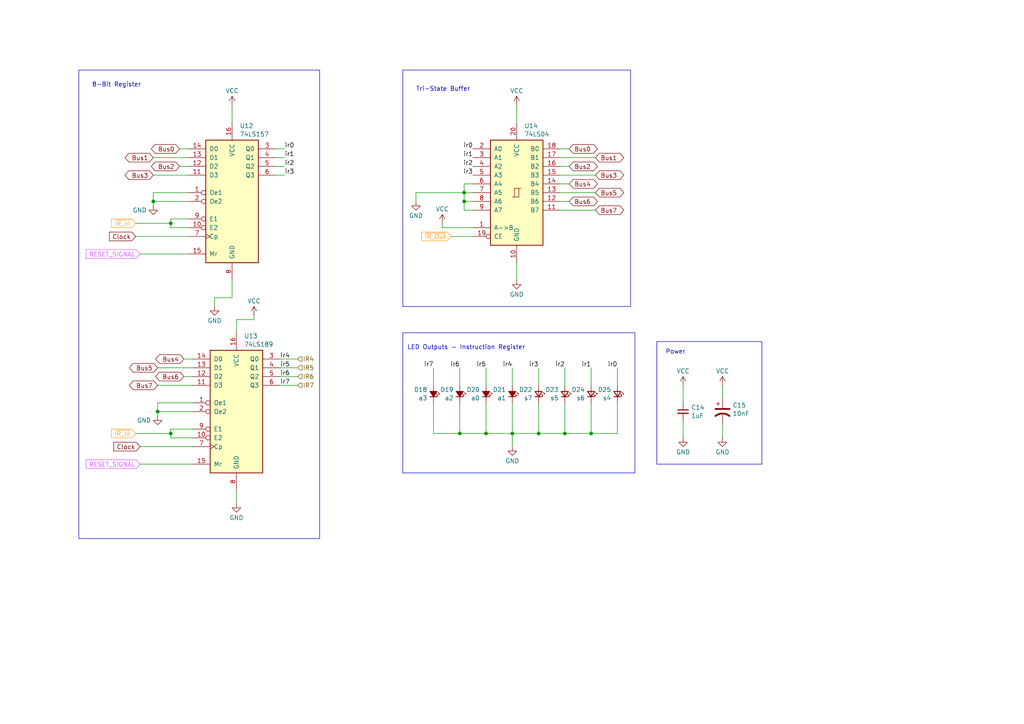
<source format=kicad_sch>
(kicad_sch (version 20230121) (generator eeschema)
  (paper "A4")
  (title_block (title "Instruction Register") (date "2024-01-27") (rev "1.0"))
  (lib_symbols
    (symbol "74xx:74LS173" (pin_names (offset 1.016))
      (property "Reference" "U" (at -7.62 19.05 0))
      (property "Value" "74LS173" (at -7.62 -19.05 0))
      (symbol "74LS173_1_0"
        (pin input inverted (at -12.7 2.54 0) (length 5.08) (name "Oe1") (number "1"))
        (pin input inverted (at -12.7 -7.62 0) (length 5.08) (name "E2") (number "10"))
        (pin input line (at -12.7 7.62 0) (length 5.08) (name "D3") (number "11"))
        (pin input line (at -12.7 10.16 0) (length 5.08) (name "D2") (number "12"))
        (pin input line (at -12.7 12.7 0) (length 5.08) (name "D1") (number "13"))
        (pin input line (at -12.7 15.24 0) (length 5.08) (name "D0") (number "14"))
        (pin input line (at -12.7 -15.24 0) (length 5.08) (name "Mr") (number "15"))
        (pin power_in line (at 0 22.86 270) (length 5.08) (name "VCC") (number "16"))
        (pin input inverted (at -12.7 0 0) (length 5.08) (name "Oe2") (number "2"))
        (pin tri_state line (at 12.7 15.24 180) (length 5.08) (name "Q0") (number "3"))
        (pin tri_state line (at 12.7 12.7 180) (length 5.08) (name "Q1") (number "4"))
        (pin tri_state line (at 12.7 10.16 180) (length 5.08) (name "Q2") (number "5"))
        (pin tri_state line (at 12.7 7.62 180) (length 5.08) (name "Q3") (number "6"))
        (pin input clock (at -12.7 -10.16 0) (length 5.08) (name "Cp") (number "7"))
        (pin power_in line (at 0 -22.86 90) (length 5.08) (name "GND") (number "8"))
        (pin input inverted (at -12.7 -5.08 0) (length 5.08) (name "E1") (number "9"))
      )
      (symbol "74LS173_1_1"
        (rectangle (start -7.62 17.78) (end 7.62 -17.78) (stroke (width 0.254)) (fill (type background)))
      )
    )
    (symbol "74xx:74LS245" (pin_names (offset 1.016))
      (property "Reference" "U30" (at 2.1941 19.3843 0))
      (property "Value" "74LS245" (at 2.1941 16.9601 0))
      (symbol "74LS245_1_0"
        (polyline (pts (xy -0.635 -1.27) (xy -0.635 1.27) (xy 0.635 1.27)))
        (polyline (pts (xy -1.27 -1.27) (xy 0.635 -1.27) (xy 0.635 1.27) (xy 1.27 1.27)))
        (pin input line (at -12.7 -10.16 0) (length 5.08) (name "A->B") (number "1"))
        (pin power_in line (at 0 -20.32 90) (length 5.08) (name "GND") (number "10"))
        (pin tri_state line (at 12.7 -5.08 180) (length 5.08) (name "B7") (number "11"))
        (pin tri_state line (at 12.7 -2.54 180) (length 5.08) (name "B6") (number "12"))
        (pin tri_state line (at 12.7 0 180) (length 5.08) (name "B5") (number "13"))
        (pin tri_state line (at 12.7 2.54 180) (length 5.08) (name "B4") (number "14"))
        (pin tri_state line (at 12.7 5.08 180) (length 5.08) (name "B3") (number "15"))
        (pin tri_state line (at 12.7 7.62 180) (length 5.08) (name "B2") (number "16"))
        (pin tri_state line (at 12.7 10.16 180) (length 5.08) (name "B1") (number "17"))
        (pin tri_state line (at 12.7 12.7 180) (length 5.08) (name "B0") (number "18"))
        (pin input inverted (at -12.7 -12.7 0) (length 5.08) (name "CE") (number "19"))
        (pin input line (at -12.7 12.7 0) (length 5.08) (name "A0") (number "2"))
        (pin power_in line (at 0 20.32 270) (length 5.08) (name "VCC") (number "20"))
        (pin input line (at -12.7 10.16 0) (length 5.08) (name "A1") (number "3"))
        (pin input line (at -12.7 7.62 0) (length 5.08) (name "A2") (number "4"))
        (pin input line (at -12.7 5.08 0) (length 5.08) (name "A3") (number "5"))
        (pin input line (at -12.7 2.54 0) (length 5.08) (name "A4") (number "6"))
        (pin input line (at -12.7 0 0) (length 5.08) (name "A5") (number "7"))
        (pin input line (at -12.7 -2.54 0) (length 5.08) (name "A6") (number "8"))
        (pin input line (at -12.7 -5.08 0) (length 5.08) (name "A7") (number "9"))
      )
      (symbol "74LS245_1_1"
        (rectangle (start -7.62 15.24) (end 7.62 -15.24) (stroke (width 0.254)) (fill (type background)))
      )
    )
    (symbol "Device:C_Polarized_US" (pin_numbers hide) (pin_names (offset 0.254) hide)
      (property "Reference" "C" (at 0.635 2.54 0))
      (property "Value" "C_Polarized_US" (at 0.635 -2.54 0))
      (symbol "C_Polarized_US_0_1"
        (polyline (pts (xy -2.032 0.762) (xy 2.032 0.762)) (stroke (width 0.508)))
        (polyline (pts (xy -1.778 2.286) (xy -0.762 2.286)))
        (polyline (pts (xy -1.27 1.778) (xy -1.27 2.794)))
        (arc (start 2.032 -1.27) (mid 0 -0.5572) (end -2.032 -1.27) (stroke (width 0.508)))
      )
      (symbol "C_Polarized_US_1_1"
        (pin passive line (at 0 3.81 270) (length 2.794) (name "~") (number "1"))
        (pin passive line (at 0 -3.81 90) (length 3.302) (name "~") (number "2"))
      )
    )
    (symbol "Device:C_Small" (pin_numbers hide) (pin_names (offset 0.254) hide)
      (property "Reference" "C" (at 0.254 1.778 0))
      (property "Value" "C_Small" (at 0.254 -2.032 0))
      (symbol "C_Small_0_1"
        (polyline (pts (xy -1.524 -0.508) (xy 1.524 -0.508)) (stroke (width 0.3302)))
        (polyline (pts (xy -1.524 0.508) (xy 1.524 0.508)) (stroke (width 0.3048)))
      )
      (symbol "C_Small_1_1"
        (pin passive line (at 0 2.54 270) (length 2.032) (name "~") (number "1"))
        (pin passive line (at 0 -2.54 90) (length 2.032) (name "~") (number "2"))
      )
    )
    (symbol "Device:LED_Small" (pin_numbers hide) (pin_names (offset 0.254) hide)
      (property "Reference" "D" (at -1.27 3.175 0))
      (property "Value" "LED_Small" (at -4.445 -2.54 0))
      (symbol "LED_Small_0_1"
        (polyline (pts (xy -0.762 -1.016) (xy -0.762 1.016)) (stroke (width 0.254)))
        (polyline (pts (xy 1.016 0) (xy -0.762 0)))
        (polyline (pts (xy 0.762 -1.016) (xy -0.762 0) (xy 0.762 1.016) (xy 0.762 -1.016)) (stroke (width 0.254)))
        (polyline (pts (xy 0 0.762) (xy -0.508 1.27) (xy -0.254 1.27) (xy -0.508 1.27) (xy -0.508 1.016)))
        (polyline (pts (xy 0.508 1.27) (xy 0 1.778) (xy 0.254 1.778) (xy 0 1.778) (xy 0 1.524)))
      )
      (symbol "LED_Small_1_1"
        (pin passive line (at -2.54 0 0) (length 1.778) (name "K") (number "1"))
        (pin passive line (at 2.54 0 180) (length 1.778) (name "A") (number "2"))
      )
    )
    (symbol "Device:LED_Small_Filled" (pin_numbers hide) (pin_names (offset 0.254) hide)
      (property "Reference" "D" (at -1.27 3.175 0))
      (property "Value" "LED_Small_Filled" (at -4.445 -2.54 0))
      (symbol "LED_Small_Filled_0_1"
        (polyline (pts (xy -0.762 -1.016) (xy -0.762 1.016)) (stroke (width 0.254)))
        (polyline (pts (xy 1.016 0) (xy -0.762 0)))
        (polyline (pts (xy 0.762 -1.016) (xy -0.762 0) (xy 0.762 1.016) (xy 0.762 -1.016)) (stroke (width 0.254)) (fill (type outline)))
        (polyline (pts (xy 0 0.762) (xy -0.508 1.27) (xy -0.254 1.27) (xy -0.508 1.27) (xy -0.508 1.016)))
        (polyline (pts (xy 0.508 1.27) (xy 0 1.778) (xy 0.254 1.778) (xy 0 1.778) (xy 0 1.524)))
      )
      (symbol "LED_Small_Filled_1_1"
        (pin passive line (at -2.54 0 0) (length 1.778) (name "K") (number "1"))
        (pin passive line (at 2.54 0 180) (length 1.778) (name "A") (number "2"))
      )
    )
    (symbol "power:GND" (power) (pin_names (offset 0))
      (property "Value" "GND" (at 0 -3.81 0))
      (symbol "GND_0_1"
        (polyline (pts (xy 0 0) (xy 0 -1.27) (xy 1.27 -1.27) (xy 0 -2.54) (xy -1.27 -1.27) (xy 0 -1.27)))
      )
      (symbol "GND_1_1"
        (pin power_in line (at 0 0 270) (length 0) hide (name "GND") (number "1"))
      )
    )
    (symbol "power:VCC" (power) (pin_names (offset 0))
      (property "Value" "VCC" (at 0 3.81 0))
      (symbol "VCC_0_1"
        (polyline (pts (xy -0.762 1.27) (xy 0 2.54)))
        (polyline (pts (xy 0 0) (xy 0 2.54)))
        (polyline (pts (xy 0 2.54) (xy 0.762 1.27)))
      )
      (symbol "VCC_1_1"
        (pin power_in line (at 0 0 90) (length 0) hide (name "VCC") (number "1"))
      )
    )
  )
  (junction (at 163.83 125.73))
  (junction (at 133.35 125.73))
  (junction (at 49.53 64.77))
  (junction (at 134.62 55.88))
  (junction (at 171.45 125.73))
  (junction (at 140.97 125.73))
  (junction (at 45.72 119.38))
  (junction (at 49.53 125.73))
  (junction (at 148.59 125.73))
  (junction (at 44.45 58.42))
  (junction (at 134.62 58.42))
  (junction (at 156.21 125.73))
  (wire (pts (xy 49.53 66.04) (xy 54.61 66.04)))
  (wire (pts (xy 54.61 48.26) (xy 52.07 48.26)))
  (wire (pts (xy 162.56 60.96) (xy 172.72 60.96)))
  (wire (pts (xy 54.61 55.88) (xy 44.45 55.88)))
  (wire (pts (xy 137.16 53.34) (xy 134.62 53.34)))
  (wire (pts (xy 134.62 60.96) (xy 137.16 60.96)))
  (wire (pts (xy 55.88 109.22) (xy 53.34 109.22)))
  (wire (pts (xy 133.35 125.73) (xy 125.73 125.73)))
  (wire (pts (xy 120.65 55.88) (xy 134.62 55.88)))
  (wire (pts (xy 125.73 116.84) (xy 125.73 125.73)))
  (wire (pts (xy 156.21 125.73) (xy 148.59 125.73)))
  (wire (pts (xy 40.64 134.62) (xy 55.88 134.62)))
  (wire (pts (xy 140.97 106.68) (xy 140.97 111.76)))
  (wire (pts (xy 68.58 92.71) (xy 68.58 96.52)))
  (wire (pts (xy 49.53 64.77) (xy 49.53 66.04)))
  (wire (pts (xy 149.86 30.48) (xy 149.86 35.56)))
  (wire (pts (xy 54.61 45.72) (xy 44.45 45.72)))
  (wire (pts (xy 73.66 91.44) (xy 73.66 92.71)))
  (wire (pts (xy 40.64 73.66) (xy 54.61 73.66)))
  (wire (pts (xy 130.81 68.58) (xy 137.16 68.58)))
  (wire (pts (xy 82.55 48.26) (xy 80.01 48.26)))
  (wire (pts (xy 163.83 116.84) (xy 163.83 125.73)))
  (wire (pts (xy 49.53 125.73) (xy 49.53 127)))
  (wire (pts (xy 163.83 106.68) (xy 163.83 111.76)))
  (wire (pts (xy 55.88 116.84) (xy 45.72 116.84)))
  (wire (pts (xy 81.28 106.68) (xy 86.36 106.68)))
  (wire (pts (xy 44.45 58.42) (xy 44.45 59.69)))
  (wire (pts (xy 81.28 104.14) (xy 86.36 104.14)))
  (wire (pts (xy 45.72 119.38) (xy 45.72 120.65)))
  (wire (pts (xy 179.07 106.68) (xy 179.07 111.76)))
  (wire (pts (xy 140.97 116.84) (xy 140.97 125.73)))
  (wire (pts (xy 45.72 119.38) (xy 55.88 119.38)))
  (wire (pts (xy 49.53 63.5) (xy 49.53 64.77)))
  (wire (pts (xy 156.21 116.84) (xy 156.21 125.73)))
  (wire (pts (xy 39.37 64.77) (xy 49.53 64.77)))
  (wire (pts (xy 209.55 123.19) (xy 209.55 127)))
  (wire (pts (xy 49.53 127) (xy 55.88 127)))
  (wire (pts (xy 149.86 76.2) (xy 149.86 81.28)))
  (wire (pts (xy 179.07 125.73) (xy 171.45 125.73)))
  (wire (pts (xy 54.61 63.5) (xy 49.53 63.5)))
  (wire (pts (xy 162.56 50.8) (xy 172.72 50.8)))
  (wire (pts (xy 68.58 142.24) (xy 68.58 146.05)))
  (wire (pts (xy 162.56 45.72) (xy 172.72 45.72)))
  (wire (pts (xy 162.56 43.18) (xy 165.1 43.18)))
  (wire (pts (xy 162.56 53.34) (xy 165.1 53.34)))
  (wire (pts (xy 128.27 66.04) (xy 128.27 64.77)))
  (wire (pts (xy 125.73 106.68) (xy 125.73 111.76)))
  (wire (pts (xy 120.65 58.42) (xy 120.65 55.88)))
  (wire (pts (xy 162.56 48.26) (xy 165.1 48.26)))
  (wire (pts (xy 133.35 106.68) (xy 133.35 111.76)))
  (wire (pts (xy 54.61 43.18) (xy 52.07 43.18)))
  (wire (pts (xy 39.37 125.73) (xy 49.53 125.73)))
  (wire (pts (xy 73.66 92.71) (xy 68.58 92.71)))
  (wire (pts (xy 82.55 50.8) (xy 80.01 50.8)))
  (wire (pts (xy 62.23 86.36) (xy 67.31 86.36)))
  (wire (pts (xy 81.28 109.22) (xy 86.36 109.22)))
  (wire (pts (xy 134.62 55.88) (xy 134.62 58.42)))
  (wire (pts (xy 148.59 125.73) (xy 148.59 129.54)))
  (wire (pts (xy 67.31 30.48) (xy 67.31 35.56)))
  (wire (pts (xy 81.28 111.76) (xy 86.36 111.76)))
  (wire (pts (xy 134.62 58.42) (xy 137.16 58.42)))
  (wire (pts (xy 198.12 121.92) (xy 198.12 127)))
  (wire (pts (xy 179.07 116.84) (xy 179.07 125.73)))
  (wire (pts (xy 54.61 68.58) (xy 39.37 68.58)))
  (wire (pts (xy 134.62 53.34) (xy 134.62 55.88)))
  (wire (pts (xy 209.55 111.76) (xy 209.55 115.57)))
  (wire (pts (xy 133.35 116.84) (xy 133.35 125.73)))
  (wire (pts (xy 54.61 50.8) (xy 44.45 50.8)))
  (wire (pts (xy 134.62 58.42) (xy 134.62 60.96)))
  (wire (pts (xy 156.21 106.68) (xy 156.21 111.76)))
  (wire (pts (xy 44.45 55.88) (xy 44.45 58.42)))
  (wire (pts (xy 82.55 45.72) (xy 80.01 45.72)))
  (wire (pts (xy 171.45 116.84) (xy 171.45 125.73)))
  (wire (pts (xy 148.59 125.73) (xy 140.97 125.73)))
  (wire (pts (xy 67.31 86.36) (xy 67.31 81.28)))
  (wire (pts (xy 55.88 111.76) (xy 45.72 111.76)))
  (wire (pts (xy 171.45 106.68) (xy 171.45 111.76)))
  (wire (pts (xy 134.62 55.88) (xy 137.16 55.88)))
  (wire (pts (xy 55.88 106.68) (xy 45.72 106.68)))
  (wire (pts (xy 148.59 116.84) (xy 148.59 125.73)))
  (wire (pts (xy 44.45 58.42) (xy 54.61 58.42)))
  (wire (pts (xy 55.88 129.54) (xy 40.64 129.54)))
  (wire (pts (xy 162.56 58.42) (xy 165.1 58.42)))
  (wire (pts (xy 171.45 125.73) (xy 163.83 125.73)))
  (wire (pts (xy 148.59 106.68) (xy 148.59 111.76)))
  (wire (pts (xy 137.16 66.04) (xy 128.27 66.04)))
  (wire (pts (xy 49.53 124.46) (xy 49.53 125.73)))
  (wire (pts (xy 82.55 43.18) (xy 80.01 43.18)))
  (wire (pts (xy 62.23 86.36) (xy 62.23 88.9)))
  (wire (pts (xy 45.72 116.84) (xy 45.72 119.38)))
  (wire (pts (xy 163.83 125.73) (xy 156.21 125.73)))
  (wire (pts (xy 162.56 55.88) (xy 172.72 55.88)))
  (wire (pts (xy 140.97 125.73) (xy 133.35 125.73)))
  (wire (pts (xy 198.12 111.76) (xy 198.12 116.84)))
  (wire (pts (xy 55.88 104.14) (xy 53.34 104.14)))
  (wire (pts (xy 49.53 124.46) (xy 55.88 124.46)))
  (rectangle (start 190.5 99.06) (end 220.98 134.62))
  (rectangle (start 22.86 20.32) (end 92.71 156.21))
  (rectangle (start 116.84 96.52) (end 184.15 137.16))
  (rectangle (start 116.84 20.32) (end 182.88 88.9))
  (text "8-Bit Register" (at 26.67 25.4 0) (effects (font (size 1.27 1.27)) (justify left bottom)))
  (text "Power" (at 193.04 102.87 0) (effects (font (size 1.27 1.27)) (justify left bottom)))
  (text "LED Outputs - Instruction Register" (at 118.11 101.6 0) (effects (font (size 1.27 1.27)) (justify left bottom)))
  (text "Tri-State Buffer" (at 120.65 26.67 0) (effects (font (size 1.27 1.27)) (justify left bottom)))
  (label "ir3" (at 82.55 50.8 0))
  (label "ir2" (at 82.55 48.26 0))
  (label "ir5" (at 140.97 106.68 180))
  (label "ir6" (at 133.35 106.68 180))
  (label "ir4" (at 148.59 106.68 180))
  (label "ir1" (at 171.45 106.68 180))
  (label "ir3" (at 156.21 106.68 180))
  (label "ir7" (at 81.28 111.76 0))
  (label "ir3" (at 137.16 50.8 180))
  (label "ir1" (at 137.16 45.72 180))
  (label "ir1" (at 82.55 45.72 0))
  (label "ir5" (at 81.28 106.68 0))
  (label "ir0" (at 137.16 43.18 180))
  (label "ir2" (at 163.83 106.68 180))
  (label "ir0" (at 82.55 43.18 0))
  (label "ir0" (at 179.07 106.68 180))
  (label "ir4" (at 81.28 104.14 0))
  (label "ir2" (at 137.16 48.26 180))
  (label "ir6" (at 81.28 109.22 0))
  (label "ir7" (at 125.73 106.68 180))
  (global_label "Clock" (shape input) (at 39.37 68.58 180) (property "Intersheetrefs" "${INTERSHEET_REFS}" (effects hide)))
  (global_label "Bus3" (shape tri_state) (at 44.45 50.8 180) (property "Intersheetrefs" "${INTERSHEET_REFS}" (effects hide)))
  (global_label "Bus0" (shape tri_state) (at 52.07 43.18 180) (property "Intersheetrefs" "${INTERSHEET_REFS}" (effects hide)))
  (global_label "Bus5" (shape tri_state) (at 172.72 55.88 0) (property "Intersheetrefs" "${INTERSHEET_REFS}" (effects hide)))
  (global_label "Bus3" (shape tri_state) (at 172.72 50.8 0) (property "Intersheetrefs" "${INTERSHEET_REFS}" (effects hide)))
  (global_label "Bus6" (shape tri_state) (at 53.34 109.22 180) (property "Intersheetrefs" "${INTERSHEET_REFS}" (effects hide)))
  (global_label "RESET_SIGNAL" (shape input) (at 40.64 134.62 180) (property "Intersheetrefs" "${INTERSHEET_REFS}" (effects hide)))
  (global_label "Bus7" (shape tri_state) (at 45.72 111.76 180) (property "Intersheetrefs" "${INTERSHEET_REFS}" (effects hide)))
  (global_label "~{IR_In}" (shape input) (at 39.37 64.77 180) (property "Intersheetrefs" "${INTERSHEET_REFS}" (effects hide)))
  (global_label "Bus4" (shape tri_state) (at 165.1 53.34 0) (property "Intersheetrefs" "${INTERSHEET_REFS}" (effects hide)))
  (global_label "Bus1" (shape tri_state) (at 172.72 45.72 0) (property "Intersheetrefs" "${INTERSHEET_REFS}" (effects hide)))
  (global_label "Bus6" (shape tri_state) (at 165.1 58.42 0) (property "Intersheetrefs" "${INTERSHEET_REFS}" (effects hide)))
  (global_label "Bus5" (shape tri_state) (at 45.72 106.68 180) (property "Intersheetrefs" "${INTERSHEET_REFS}" (effects hide)))
  (global_label "Bus1" (shape tri_state) (at 44.45 45.72 180) (property "Intersheetrefs" "${INTERSHEET_REFS}" (effects hide)))
  (global_label "RESET_SIGNAL" (shape input) (at 40.64 73.66 180) (property "Intersheetrefs" "${INTERSHEET_REFS}" (effects hide)))
  (global_label "~{IR_In}" (shape input) (at 39.37 125.73 180) (property "Intersheetrefs" "${INTERSHEET_REFS}" (effects hide)))
  (global_label "Bus2" (shape tri_state) (at 165.1 48.26 0) (property "Intersheetrefs" "${INTERSHEET_REFS}" (effects hide)))
  (global_label "Bus7" (shape tri_state) (at 172.72 60.96 0) (property "Intersheetrefs" "${INTERSHEET_REFS}" (effects hide)))
  (global_label "Bus0" (shape tri_state) (at 165.1 43.18 0) (property "Intersheetrefs" "${INTERSHEET_REFS}" (effects hide)))
  (global_label "Bus4" (shape tri_state) (at 53.34 104.14 180) (property "Intersheetrefs" "${INTERSHEET_REFS}" (effects hide)))
  (global_label "Clock" (shape input) (at 40.64 129.54 180) (property "Intersheetrefs" "${INTERSHEET_REFS}" (effects hide)))
  (global_label "~{IR_Out}" (shape input) (at 130.81 68.58 180) (property "Intersheetrefs" "${INTERSHEET_REFS}" (effects hide)))
  (global_label "Bus2" (shape tri_state) (at 52.07 48.26 180) (property "Intersheetrefs" "${INTERSHEET_REFS}" (effects hide)))
  (hierarchical_label "IR7" (shape input) (at 86.36 111.76 0))
  (hierarchical_label "IR4" (shape input) (at 86.36 104.14 0))
  (hierarchical_label "IR6" (shape input) (at 86.36 109.22 0))
  (hierarchical_label "IR5" (shape input) (at 86.36 106.68 0))
  (symbol (lib_id "Device:C_Polarized_US") (at 209.55 119.38 0) (unit 1)
    (property "Reference" "C15" (at 212.471 117.5329 0) (effects (justify left)))
    (property "Value" "10nF" (at 212.471 119.9571 0) (effects (justify left)))
    (property "Footprint" "Capacitor_THT:C_Disc_D3.4mm_W2.1mm_P2.50mm" (effects hide))
  )
  (symbol (lib_id "power:VCC") (at 149.86 30.48 0) (unit 1)
    (property "Reference" "#PWR071" (effects hide))
    (property "Value" "VCC" (at 149.86 26.3469 0))
  )
  (symbol (lib_id "power:GND") (at 62.23 88.9 0) (unit 1)
    (property "Reference" "#PWR064" (effects hide))
    (property "Value" "GND" (at 62.23 93.0331 0))
  )
  (symbol (lib_id "74xx:74LS173") (at 67.31 58.42 0) (unit 1)
    (property "Reference" "U12" (at 69.5041 36.4957 0) (effects (justify left)))
    (property "Value" "74LS157" (at 69.5041 38.9199 0) (effects (justify left)))
    (property "Footprint" "Package_DIP:DIP-16_W7.62mm" (effects hide))
    (property "Datasheet" "http://www.ti.com/lit/gpn/sn74LS173" (effects hide))
  )
  (symbol (lib_id "power:GND") (at 148.59 129.54 0) (unit 1)
    (property "Reference" "#PWR070" (effects hide))
    (property "Value" "GND" (at 148.59 133.6731 0))
  )
  (symbol (lib_id "power:GND") (at 209.55 127 0) (unit 1)
    (property "Reference" "#PWR076" (effects hide))
    (property "Value" "GND" (at 209.55 131.1331 0))
  )
  (symbol (lib_id "Device:LED_Small_Filled") (at 133.35 114.3 270) (mirror x) (unit 1)
    (property "Reference" "D19" (at 131.572 113.0244 90) (effects (justify right)))
    (property "Value" "a2" (at 131.572 115.4486 90) (effects (justify right)))
    (property "Footprint" "LED_THT:LED_D5.0mm" (effects hide))
  )
  (symbol (lib_id "Device:LED_Small_Filled") (at 148.59 114.3 270) (mirror x) (unit 1)
    (property "Reference" "D21" (at 146.812 113.0244 90) (effects (justify right)))
    (property "Value" "a1" (at 146.812 115.4486 90) (effects (justify right)))
    (property "Footprint" "LED_THT:LED_D5.0mm" (effects hide))
  )
  (symbol (lib_id "74xx:74LS245") (at 149.86 55.88 0) (unit 1)
    (property "Reference" "U14" (at 152.0541 36.4957 0) (effects (justify left)))
    (property "Value" "74LS04" (at 152.0541 38.9199 0) (effects (justify left)))
    (property "Footprint" "Package_DIP:DIP-14_W7.62mm" (effects hide))
    (property "Datasheet" "http://www.ti.com/lit/gpn/sn74LS245" (effects hide))
  )
  (symbol (lib_id "Device:C_Small") (at 198.12 119.38 0) (unit 1)
    (property "Reference" "C14" (at 200.4441 118.1742 0) (effects (justify left)))
    (property "Value" "1uF" (at 200.4441 120.5984 0) (effects (justify left)))
    (property "Footprint" "Capacitor_THT:CP_Radial_D4.0mm_P2.00mm" (effects hide))
  )
  (symbol (lib_id "Device:LED_Small_Filled") (at 125.73 114.3 270) (mirror x) (unit 1)
    (property "Reference" "D18" (at 123.952 113.0244 90) (effects (justify right)))
    (property "Value" "a3" (at 123.952 115.4486 90) (effects (justify right)))
    (property "Footprint" "LED_THT:LED_D5.0mm" (effects hide))
  )
  (symbol (lib_id "Device:LED_Small") (at 163.83 114.3 270) (mirror x) (unit 1)
    (property "Reference" "D23" (at 162.052 113.0244 90) (effects (justify right)))
    (property "Value" "s5" (at 162.052 115.4486 90) (effects (justify right)))
    (property "Footprint" "LED_THT:LED_D5.0mm" (effects hide))
  )
  (symbol (lib_id "power:GND") (at 120.65 58.42 0) (unit 1)
    (property "Reference" "#PWR068" (effects hide))
    (property "Value" "GND" (at 120.65 62.5531 0))
  )
  (symbol (lib_id "power:VCC") (at 67.31 30.48 0) (unit 1)
    (property "Reference" "#PWR065" (effects hide))
    (property "Value" "VCC" (at 67.31 26.3469 0))
  )
  (symbol (lib_id "power:GND") (at 198.12 127 0) (unit 1)
    (property "Reference" "#PWR074" (effects hide))
    (property "Value" "GND" (at 198.12 131.1331 0))
  )
  (symbol (lib_id "power:GND") (at 45.72 120.65 0) (unit 1)
    (property "Reference" "#PWR063" (effects hide))
    (property "Value" "GND" (at 43.8151 121.92 0) (effects (justify right)))
  )
  (symbol (lib_id "power:VCC") (at 128.27 64.77 0) (unit 1)
    (property "Reference" "#PWR069" (effects hide))
    (property "Value" "VCC" (at 128.27 60.6369 0))
  )
  (symbol (lib_id "Device:LED_Small") (at 171.45 114.3 270) (mirror x) (unit 1)
    (property "Reference" "D24" (at 169.672 113.0244 90) (effects (justify right)))
    (property "Value" "s6" (at 169.672 115.4486 90) (effects (justify right)))
    (property "Footprint" "LED_THT:LED_D5.0mm" (effects hide))
  )
  (symbol (lib_id "74xx:74LS173") (at 68.58 119.38 0) (unit 1)
    (property "Reference" "U13" (at 70.7741 97.4557 0) (effects (justify left)))
    (property "Value" "74LS189" (at 70.7741 99.8799 0) (effects (justify left)))
    (property "Footprint" "Package_DIP:DIP-16_W7.62mm" (effects hide))
    (property "Datasheet" "http://www.ti.com/lit/gpn/sn74LS173" (effects hide))
  )
  (symbol (lib_id "Device:LED_Small_Filled") (at 140.97 114.3 270) (mirror x) (unit 1)
    (property "Reference" "D20" (at 139.192 113.0244 90) (effects (justify right)))
    (property "Value" "a0" (at 139.192 115.4486 90) (effects (justify right)))
    (property "Footprint" "LED_THT:LED_D5.0mm" (effects hide))
  )
  (symbol (lib_id "Device:LED_Small") (at 179.07 114.3 270) (mirror x) (unit 1)
    (property "Reference" "D25" (at 177.292 113.0244 90) (effects (justify right)))
    (property "Value" "s4" (at 177.292 115.4486 90) (effects (justify right)))
    (property "Footprint" "LED_THT:LED_D5.0mm" (effects hide))
  )
  (symbol (lib_id "power:VCC") (at 198.12 111.76 0) (unit 1)
    (property "Reference" "#PWR073" (effects hide))
    (property "Value" "VCC" (at 198.12 107.6269 0))
  )
  (symbol (lib_id "Device:LED_Small") (at 156.21 114.3 270) (mirror x) (unit 1)
    (property "Reference" "D22" (at 154.432 113.0244 90) (effects (justify right)))
    (property "Value" "s7" (at 154.432 115.4486 90) (effects (justify right)))
    (property "Footprint" "LED_THT:LED_D5.0mm" (effects hide))
  )
  (symbol (lib_id "power:VCC") (at 73.66 91.44 0) (unit 1)
    (property "Reference" "#PWR067" (effects hide))
    (property "Value" "VCC" (at 73.66 87.3069 0))
  )
  (symbol (lib_id "power:GND") (at 149.86 81.28 0) (unit 1)
    (property "Reference" "#PWR072" (effects hide))
    (property "Value" "GND" (at 149.86 85.4131 0))
  )
  (symbol (lib_id "power:GND") (at 44.45 59.69 0) (unit 1)
    (property "Reference" "#PWR062" (effects hide))
    (property "Value" "GND" (at 42.5451 60.96 0) (effects (justify right)))
  )
  (symbol (lib_id "power:GND") (at 68.58 146.05 0) (unit 1)
    (property "Reference" "#PWR066" (effects hide))
    (property "Value" "GND" (at 68.58 150.1831 0))
  )
  (symbol (lib_id "power:VCC") (at 209.55 111.76 0) (unit 1)
    (property "Reference" "#PWR075" (effects hide))
    (property "Value" "VCC" (at 209.55 107.6269 0))
  )
)
</source>
